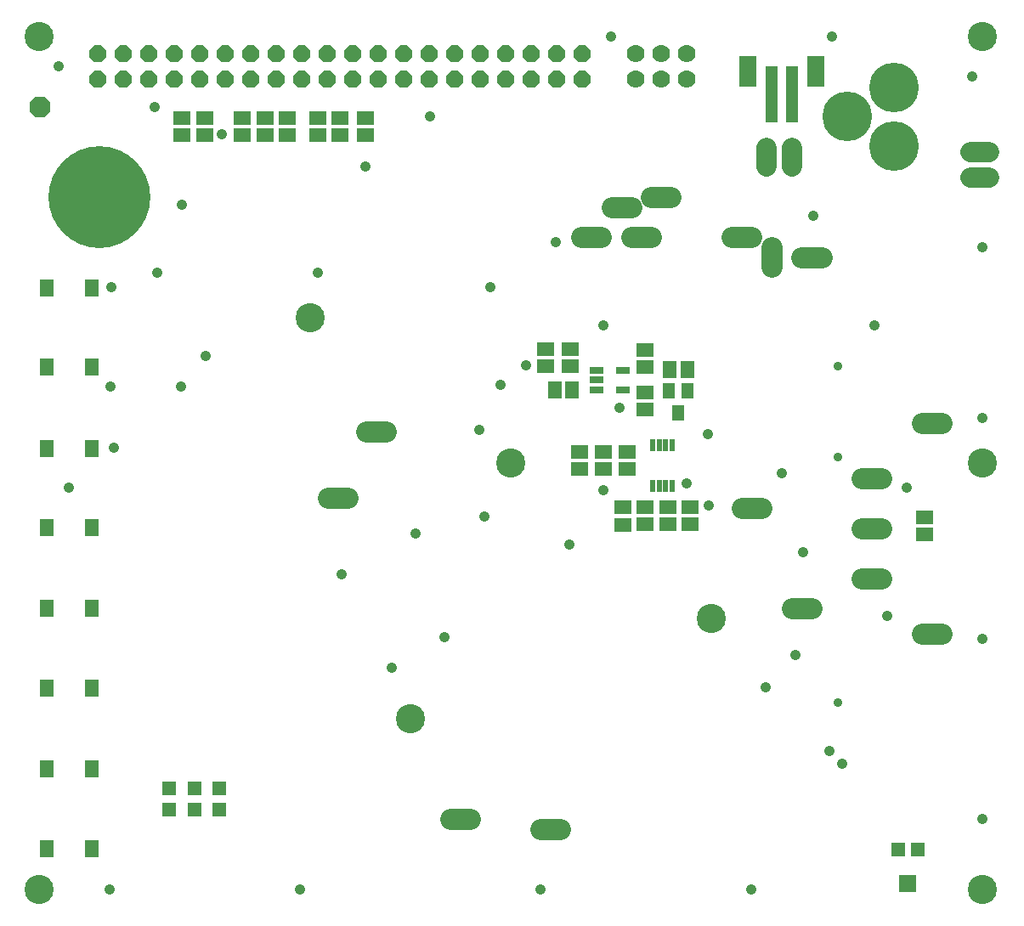
<source format=gts>
G75*
%MOIN*%
%OFA0B0*%
%FSLAX24Y24*%
%IPPOS*%
%LPD*%
%AMOC8*
5,1,8,0,0,1.08239X$1,22.5*
%
%ADD10C,0.1143*%
%ADD11C,0.1950*%
%ADD12C,0.0700*%
%ADD13R,0.0572X0.0670*%
%ADD14R,0.0532X0.0532*%
%ADD15R,0.0651X0.0572*%
%ADD16R,0.0532X0.0277*%
%ADD17R,0.0572X0.0651*%
%ADD18R,0.0454X0.0611*%
%ADD19R,0.0237X0.0454*%
%ADD20C,0.3997*%
%ADD21OC8,0.0820*%
%ADD22R,0.0651X0.0690*%
%ADD23C,0.0800*%
%ADD24C,0.0828*%
%ADD25OC8,0.0660*%
%ADD26R,0.0454X0.2225*%
%ADD27R,0.0690X0.1241*%
%ADD28C,0.0414*%
%ADD29C,0.0357*%
D10*
X001401Y002487D03*
X015968Y009180D03*
X019905Y019219D03*
X027779Y013117D03*
X038409Y019219D03*
X038409Y002487D03*
X012031Y024928D03*
X001401Y035952D03*
X038409Y035952D03*
D11*
X034954Y033958D03*
X033104Y032816D03*
X034954Y031635D03*
D12*
X026811Y034271D03*
X026811Y035271D03*
X025811Y035271D03*
X024811Y035271D03*
X024811Y034271D03*
X025811Y034271D03*
D13*
X003468Y026099D03*
X001696Y026099D03*
X001696Y022969D03*
X003468Y022969D03*
X003468Y019800D03*
X001696Y019800D03*
X001696Y016670D03*
X003468Y016670D03*
X003468Y013501D03*
X001696Y013501D03*
X001696Y010371D03*
X003468Y010371D03*
X003468Y007202D03*
X001696Y007202D03*
X001696Y004072D03*
X003468Y004072D03*
D14*
X006519Y005617D03*
X006519Y006444D03*
X007503Y006444D03*
X007503Y005617D03*
X008488Y005617D03*
X008488Y006444D03*
X035092Y004042D03*
X035879Y004042D03*
D15*
X036145Y016424D03*
X036145Y017094D03*
X026923Y016818D03*
X026923Y017487D03*
X026057Y017487D03*
X026057Y016818D03*
X025171Y016818D03*
X025171Y017487D03*
X024305Y017468D03*
X024305Y016798D03*
X024482Y018983D03*
X024482Y019653D03*
X023547Y019653D03*
X023547Y018983D03*
X022612Y018983D03*
X022612Y019653D03*
X025171Y021306D03*
X025171Y021975D03*
X025171Y022969D03*
X025171Y023639D03*
X022228Y023678D03*
X022228Y023009D03*
X021263Y023029D03*
X021263Y023698D03*
X014196Y032074D03*
X014196Y032743D03*
X013212Y032743D03*
X013212Y032074D03*
X012326Y032074D03*
X012326Y032743D03*
X011145Y032743D03*
X011145Y032074D03*
X010259Y032074D03*
X010259Y032743D03*
X009374Y032743D03*
X009374Y032074D03*
X007897Y032074D03*
X007897Y032743D03*
X007011Y032743D03*
X007011Y032074D03*
D16*
X023281Y022842D03*
X023281Y022468D03*
X023281Y022094D03*
X024305Y022094D03*
X024305Y022842D03*
D17*
X026155Y022871D03*
X026824Y022871D03*
X022307Y022074D03*
X021637Y022074D03*
D18*
X026096Y022064D03*
X026844Y022064D03*
X026470Y021198D03*
D19*
X026244Y019928D03*
X025988Y019928D03*
X025732Y019928D03*
X025476Y019928D03*
X025476Y018314D03*
X025732Y018314D03*
X025988Y018314D03*
X026244Y018314D03*
D20*
X003763Y029653D03*
D21*
X001450Y033176D03*
D22*
X035486Y002733D03*
D23*
X037941Y030424D02*
X038681Y030424D01*
X038681Y031424D02*
X037941Y031424D01*
X030929Y031597D02*
X030929Y030857D01*
X029929Y030857D02*
X029929Y031597D01*
D24*
X029354Y028078D02*
X028586Y028078D01*
X030141Y027684D02*
X030141Y026916D01*
X031322Y027290D02*
X032090Y027290D01*
X026185Y029653D02*
X025417Y029653D01*
X024629Y029259D02*
X023862Y029259D01*
X023448Y028078D02*
X022681Y028078D01*
X024629Y028078D02*
X025397Y028078D01*
X015003Y020440D02*
X014236Y020440D01*
X013507Y017842D02*
X012740Y017842D01*
X017543Y005243D02*
X018311Y005243D01*
X021086Y004849D02*
X021854Y004849D01*
X030929Y013511D02*
X031696Y013511D01*
X033685Y014692D02*
X034452Y014692D01*
X034452Y016660D02*
X033685Y016660D01*
X033685Y018629D02*
X034452Y018629D01*
X036047Y020794D02*
X036814Y020794D01*
X029728Y017448D02*
X028960Y017448D01*
X036047Y012527D02*
X036814Y012527D01*
D25*
X022712Y034271D03*
X022712Y035271D03*
X021712Y035271D03*
X020712Y035271D03*
X019712Y035271D03*
X018712Y035271D03*
X017712Y035271D03*
X016712Y035271D03*
X015712Y035271D03*
X014712Y035271D03*
X013712Y035271D03*
X012712Y035271D03*
X011712Y035271D03*
X010712Y035271D03*
X009712Y035271D03*
X008712Y035271D03*
X007712Y035271D03*
X006712Y035271D03*
X005712Y035271D03*
X004712Y035271D03*
X003712Y035271D03*
X003712Y034271D03*
X004712Y034271D03*
X005712Y034271D03*
X006712Y034271D03*
X007712Y034271D03*
X008712Y034271D03*
X009712Y034271D03*
X010712Y034271D03*
X011712Y034271D03*
X012712Y034271D03*
X013712Y034271D03*
X014712Y034271D03*
X015712Y034271D03*
X016712Y034271D03*
X017712Y034271D03*
X018712Y034271D03*
X019712Y034271D03*
X020712Y034271D03*
X021712Y034271D03*
D26*
X030141Y033688D03*
X030929Y033688D03*
D27*
X031874Y034574D03*
X029196Y034574D03*
D28*
X032503Y035952D03*
X038015Y034377D03*
X031765Y028914D03*
X034177Y024633D03*
X038409Y027684D03*
X038409Y020991D03*
X035456Y018235D03*
X031372Y015725D03*
X030535Y018826D03*
X027681Y017546D03*
X026795Y018432D03*
X027631Y020351D03*
X024187Y021385D03*
X023547Y024633D03*
X020496Y023058D03*
X019511Y022271D03*
X018675Y020524D03*
X018872Y017103D03*
X016165Y016464D03*
X013261Y014840D03*
X015230Y011198D03*
X017297Y012379D03*
X022218Y016021D03*
X023547Y018137D03*
X031076Y011690D03*
X029895Y010410D03*
X032405Y007901D03*
X032897Y007408D03*
X038409Y005243D03*
X038409Y012330D03*
X034669Y013216D03*
X029354Y002487D03*
X021086Y002487D03*
X011637Y002487D03*
X004157Y002487D03*
X002582Y018235D03*
X004354Y019810D03*
X004206Y022221D03*
X006962Y022221D03*
X007946Y023403D03*
X006027Y026700D03*
X004255Y026109D03*
X007011Y029357D03*
X008586Y032113D03*
X005929Y033196D03*
X002189Y034771D03*
X012326Y026700D03*
X014196Y030834D03*
X016755Y032802D03*
X021677Y027881D03*
X019118Y026109D03*
X023842Y035952D03*
D29*
X032750Y023009D03*
X032750Y019466D03*
X032750Y009820D03*
M02*

</source>
